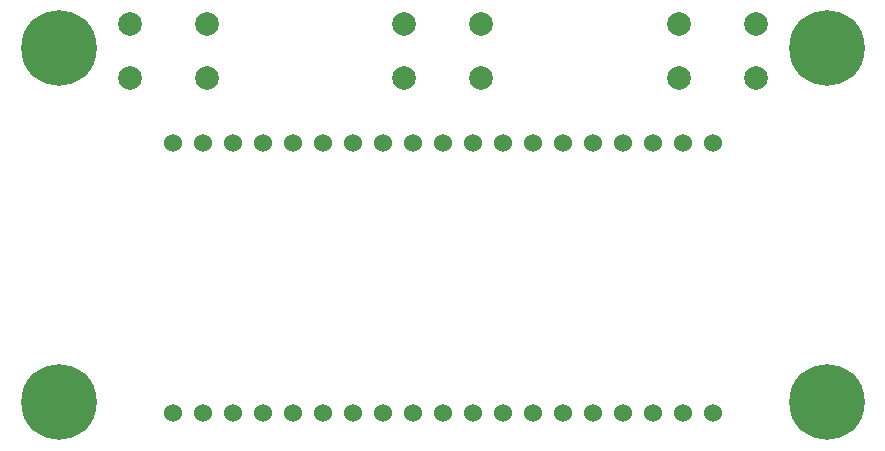
<source format=gbr>
%TF.GenerationSoftware,KiCad,Pcbnew,7.0.11+dfsg-1build4*%
%TF.CreationDate,2026-01-30T16:30:13+11:00*%
%TF.ProjectId,desk-controller,6465736b-2d63-46f6-9e74-726f6c6c6572,rev?*%
%TF.SameCoordinates,Original*%
%TF.FileFunction,Soldermask,Top*%
%TF.FilePolarity,Negative*%
%FSLAX46Y46*%
G04 Gerber Fmt 4.6, Leading zero omitted, Abs format (unit mm)*
G04 Created by KiCad (PCBNEW 7.0.11+dfsg-1build4) date 2026-01-30 16:30:13*
%MOMM*%
%LPD*%
G01*
G04 APERTURE LIST*
%ADD10C,0.800000*%
%ADD11C,6.400000*%
%ADD12C,2.000000*%
%ADD13C,1.524000*%
G04 APERTURE END LIST*
D10*
%TO.C,H3*%
X101600000Y-104000000D03*
X102302944Y-102302944D03*
X102302944Y-105697056D03*
X104000000Y-101600000D03*
D11*
X104000000Y-104000000D03*
D10*
X104000000Y-106400000D03*
X105697056Y-102302944D03*
X105697056Y-105697056D03*
X106400000Y-104000000D03*
%TD*%
D12*
%TO.C,SW1*%
X156500000Y-102000000D03*
X163000000Y-102000000D03*
X156500000Y-106500000D03*
X163000000Y-106500000D03*
%TD*%
%TO.C,SW3*%
X110000000Y-102000000D03*
X116500000Y-102000000D03*
X110000000Y-106500000D03*
X116500000Y-106500000D03*
%TD*%
D10*
%TO.C,H4*%
X166600000Y-134000000D03*
X167302944Y-132302944D03*
X167302944Y-135697056D03*
X169000000Y-131600000D03*
D11*
X169000000Y-134000000D03*
D10*
X169000000Y-136400000D03*
X170697056Y-132302944D03*
X170697056Y-135697056D03*
X171400000Y-134000000D03*
%TD*%
%TO.C,H2*%
X101600000Y-134000000D03*
X102302944Y-132302944D03*
X102302944Y-135697056D03*
X104000000Y-131600000D03*
D11*
X104000000Y-134000000D03*
D10*
X104000000Y-136400000D03*
X105697056Y-132302944D03*
X105697056Y-135697056D03*
X106400000Y-134000000D03*
%TD*%
D13*
%TO.C,U1*%
X159400000Y-112000000D03*
X156860000Y-112000000D03*
X154320000Y-112000000D03*
X151780000Y-112000000D03*
X149240000Y-112000000D03*
X146700000Y-112000000D03*
X144160000Y-112000000D03*
X141620000Y-112000000D03*
X139080000Y-112000000D03*
X136540000Y-112000000D03*
X134000000Y-112000000D03*
X131460000Y-112000000D03*
X128920000Y-112000000D03*
X126380000Y-112000000D03*
X123840000Y-112000000D03*
X121300000Y-112000000D03*
X118760000Y-112000000D03*
X116220000Y-112000000D03*
X113680000Y-112000000D03*
X159400000Y-134860000D03*
X156860000Y-134860000D03*
X154320000Y-134860000D03*
X151780000Y-134860000D03*
X149240000Y-134860000D03*
X146700000Y-134860000D03*
X144160000Y-134860000D03*
X141620000Y-134860000D03*
X139080000Y-134860000D03*
X136540000Y-134860000D03*
X134000000Y-134860000D03*
X131460000Y-134860000D03*
X128920000Y-134860000D03*
X126380000Y-134860000D03*
X123840000Y-134860000D03*
X121300000Y-134860000D03*
X118760000Y-134860000D03*
X116220000Y-134860000D03*
X113680000Y-134860000D03*
%TD*%
D10*
%TO.C,H1*%
X166600000Y-104000000D03*
X167302944Y-102302944D03*
X167302944Y-105697056D03*
X169000000Y-101600000D03*
D11*
X169000000Y-104000000D03*
D10*
X169000000Y-106400000D03*
X170697056Y-102302944D03*
X170697056Y-105697056D03*
X171400000Y-104000000D03*
%TD*%
D12*
%TO.C,SW2*%
X133250000Y-102000000D03*
X139750000Y-102000000D03*
X133250000Y-106500000D03*
X139750000Y-106500000D03*
%TD*%
M02*

</source>
